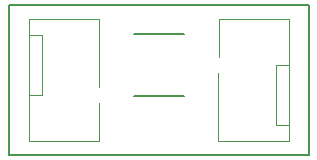
<source format=gto>
%TF.GenerationSoftware,KiCad,Pcbnew,7.0.8*%
%TF.CreationDate,2024-01-24T18:28:45-05:00*%
%TF.ProjectId,SupervisoryCircuitPCB,53757065-7276-4697-936f-727943697263,rev?*%
%TF.SameCoordinates,Original*%
%TF.FileFunction,Legend,Top*%
%TF.FilePolarity,Positive*%
%FSLAX46Y46*%
G04 Gerber Fmt 4.6, Leading zero omitted, Abs format (unit mm)*
G04 Created by KiCad (PCBNEW 7.0.8) date 2024-01-24 18:28:45*
%MOMM*%
%LPD*%
G01*
G04 APERTURE LIST*
%ADD10C,0.120000*%
%ADD11C,0.152400*%
%TA.AperFunction,Profile*%
%ADD12C,0.200000*%
%TD*%
G04 APERTURE END LIST*
D10*
%TO.C,REF\u002A\u002A*%
X78800000Y-67230000D02*
X78800000Y-72980000D01*
X72800000Y-67230000D02*
X78800000Y-67230000D01*
X73910000Y-68580000D02*
X73910000Y-73660000D01*
X72900000Y-68580000D02*
X73910000Y-68580000D01*
X73910000Y-73660000D02*
X72900000Y-73660000D01*
X78750000Y-74330000D02*
X78750000Y-77530000D01*
X78750000Y-77530000D02*
X72800000Y-77530000D01*
X72800000Y-77530000D02*
X72800000Y-67230000D01*
D11*
X81686400Y-73748900D02*
X85953600Y-73748900D01*
X85953600Y-68491100D02*
X81686400Y-68491100D01*
D10*
X88840000Y-77550000D02*
X88840000Y-71800000D01*
X94840000Y-77550000D02*
X88840000Y-77550000D01*
X93730000Y-76200000D02*
X93730000Y-71120000D01*
X94740000Y-76200000D02*
X93730000Y-76200000D01*
X93730000Y-71120000D02*
X94740000Y-71120000D01*
X88890000Y-70450000D02*
X88890000Y-67250000D01*
X88890000Y-67250000D02*
X94840000Y-67250000D01*
X94840000Y-67250000D02*
X94840000Y-77550000D01*
%TD*%
D12*
X71120000Y-66040000D02*
X96520000Y-66040000D01*
X96520000Y-78740000D01*
X71120000Y-78740000D01*
X71120000Y-66040000D01*
M02*

</source>
